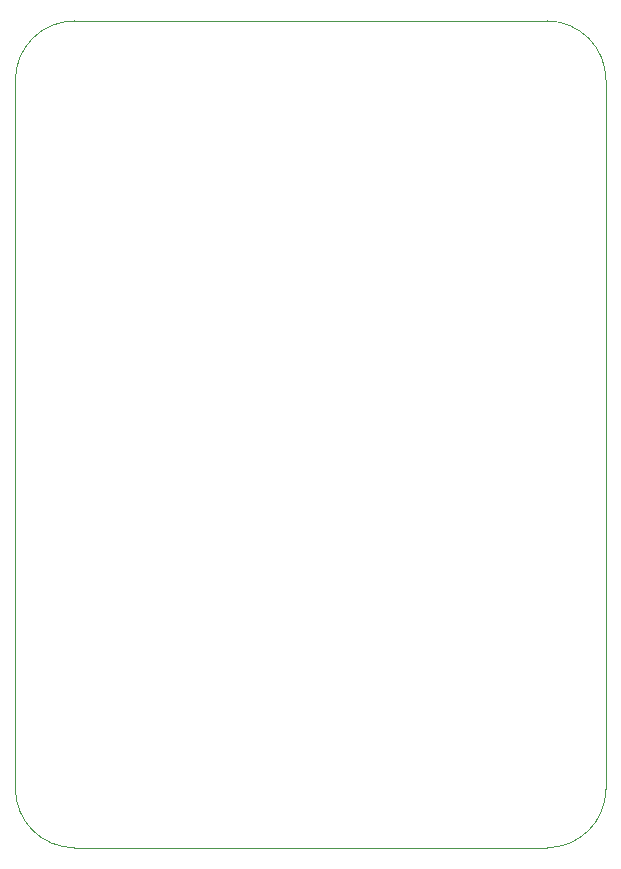
<source format=gbr>
%TF.GenerationSoftware,KiCad,Pcbnew,7.0.8*%
%TF.CreationDate,2023-11-11T20:00:54-08:00*%
%TF.ProjectId,Nemesis-MixSigPCB,4e656d65-7369-4732-9d4d-697853696750,rev?*%
%TF.SameCoordinates,Original*%
%TF.FileFunction,Profile,NP*%
%FSLAX46Y46*%
G04 Gerber Fmt 4.6, Leading zero omitted, Abs format (unit mm)*
G04 Created by KiCad (PCBNEW 7.0.8) date 2023-11-11 20:00:54*
%MOMM*%
%LPD*%
G01*
G04 APERTURE LIST*
%TA.AperFunction,Profile*%
%ADD10C,0.100000*%
%TD*%
G04 APERTURE END LIST*
D10*
X70000000Y-100000000D02*
G75*
G03*
X65000000Y-105000000I0J-5000000D01*
G01*
X70000000Y-170000000D02*
X110000000Y-170000000D01*
X110000000Y-100000000D02*
X70000000Y-100000000D01*
X65000000Y-105000000D02*
X65000000Y-165000000D01*
X110000000Y-170000000D02*
G75*
G03*
X115000000Y-165000000I0J5000000D01*
G01*
X65000000Y-165000000D02*
G75*
G03*
X70000000Y-170000000I5000000J0D01*
G01*
X115000000Y-105000000D02*
G75*
G03*
X110000000Y-100000000I-5000000J0D01*
G01*
X115000000Y-165000000D02*
X115000000Y-105000000D01*
M02*

</source>
